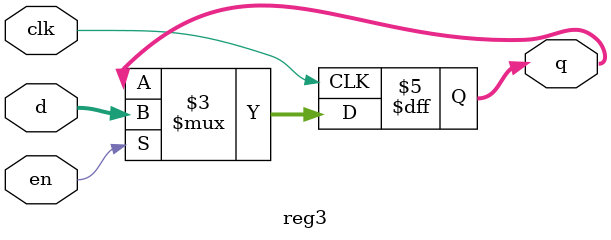
<source format=v>
module reg3 (
	input 					clk,
	input						en,
	input 		[2:0]	   d,
	output reg	[2:0]	   q
   );
   
   initial q = 0;
	
	always @(posedge clk)
		if (en)
			q <= d;
			
endmodule

</source>
